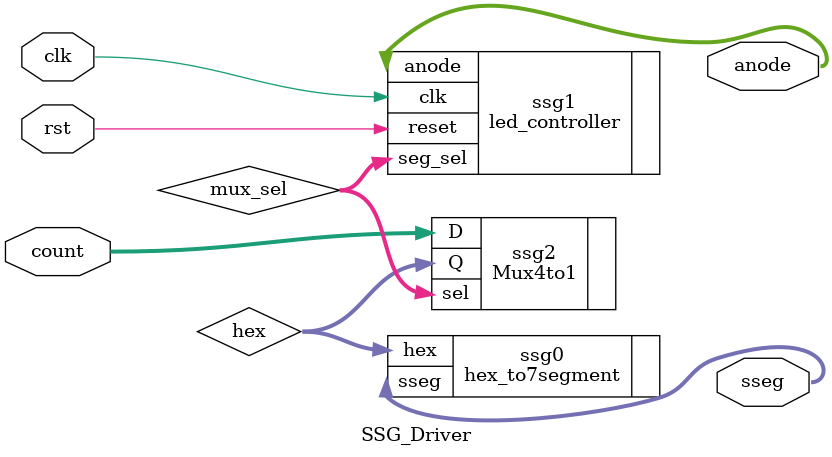
<source format=v>
`timescale 1ns / 1ps
module SSG_Driver(clk, rst, count, anode, sseg);

   input         clk, rst;                // 200Hz clock and reset signal
   input  [15:0]    count;                // 16-bit data input
   output [ 3:0]    anode;                // anode selected output
   output [ 6:0]     sseg;                // 7-segment selected output
   
   wire   [ 1:0]  mux_sel;                // multiplex 4-bit from count selection
   wire   [ 3:0]      hex;                // 4-bit from mux to decode to 7-seg
   
   // 4 to 7 bit hex decoder
   //    Recieves 4 bit input in binary from Mux4to1
   //    and converts to 7-bit output for displaying
   //    on 7-segment display
   hex_to7segment ssg0 (.hex(hex),        // 4-bit data input
                        .sseg(sseg)       // 7-bit output represent each segment
                        );
                        
   // LED controler
   //    A finite state machine(FSM) to select
   //    an Anode to display and what segment 
   //    7-segment of each anode to display
   led_controller ssg1(.clk(clk),         // 200Hz clock
                       .reset(rst),       // AISO reset
                       .anode(anode),     // Selected anode output
                       .seg_sel(mux_sel)  // Selected 4-bit to convert
                       );
                       
   // 4 to 1 Multiplexer         
   //    Selecting which 4-bit input from count
   //    to be converted and display on 7-segment
   Mux4to1 ssg2 (.D(count),               // 16-bit input
                 .sel(mux_sel),           // input selection
                 .Q(hex)                  // 7-bit output for 7-segment display
                 );
endmodule

</source>
